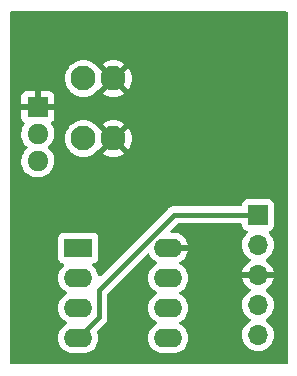
<source format=gtl>
G04 #@! TF.GenerationSoftware,KiCad,Pcbnew,7.0.10*
G04 #@! TF.CreationDate,2024-02-09T12:47:37+11:00*
G04 #@! TF.ProjectId,PIC16F15214 Debugger,50494331-3646-4313-9532-313420446562,1.0-A*
G04 #@! TF.SameCoordinates,Original*
G04 #@! TF.FileFunction,Copper,L1,Top*
G04 #@! TF.FilePolarity,Positive*
%FSLAX46Y46*%
G04 Gerber Fmt 4.6, Leading zero omitted, Abs format (unit mm)*
G04 Created by KiCad (PCBNEW 7.0.10) date 2024-02-09 12:47:37*
%MOMM*%
%LPD*%
G01*
G04 APERTURE LIST*
G04 #@! TA.AperFunction,ComponentPad*
%ADD10R,1.700000X1.700000*%
G04 #@! TD*
G04 #@! TA.AperFunction,ComponentPad*
%ADD11O,1.700000X1.700000*%
G04 #@! TD*
G04 #@! TA.AperFunction,ComponentPad*
%ADD12R,2.400000X1.600000*%
G04 #@! TD*
G04 #@! TA.AperFunction,ComponentPad*
%ADD13O,2.400000X1.600000*%
G04 #@! TD*
G04 #@! TA.AperFunction,ComponentPad*
%ADD14R,1.800000X1.717500*%
G04 #@! TD*
G04 #@! TA.AperFunction,ComponentPad*
%ADD15O,1.800000X1.717500*%
G04 #@! TD*
G04 #@! TA.AperFunction,ComponentPad*
%ADD16C,2.100000*%
G04 #@! TD*
G04 #@! TA.AperFunction,Conductor*
%ADD17C,0.450000*%
G04 #@! TD*
G04 APERTURE END LIST*
D10*
X154701129Y-100076000D03*
D11*
X154701129Y-102616000D03*
X154701129Y-105156000D03*
X154701129Y-107696000D03*
X154701129Y-110236000D03*
D12*
X139461129Y-102870000D03*
D13*
X139461129Y-105410000D03*
X139461129Y-107950000D03*
X139461129Y-110490000D03*
X147081129Y-110490000D03*
X147081129Y-107950000D03*
X147081129Y-105410000D03*
X147081129Y-102870000D03*
D14*
X136039129Y-90928000D03*
D15*
X136039129Y-93218000D03*
X136039129Y-95508000D03*
D16*
X139905629Y-88519000D03*
X139905629Y-93599000D03*
X142445629Y-88519000D03*
X142445629Y-93599000D03*
D17*
X141216129Y-106418741D02*
X141216129Y-108735000D01*
X154701129Y-100076000D02*
X147558870Y-100076000D01*
X141216129Y-108735000D02*
X139461129Y-110490000D01*
X147558870Y-100076000D02*
X141216129Y-106418741D01*
G04 #@! TA.AperFunction,Conductor*
G36*
X157137668Y-82870185D02*
G01*
X157183423Y-82922989D01*
X157194629Y-82974500D01*
X157194629Y-112605500D01*
X157174944Y-112672539D01*
X157122140Y-112718294D01*
X157070629Y-112729500D01*
X133789629Y-112729500D01*
X133722590Y-112709815D01*
X133676835Y-112657011D01*
X133665629Y-112605500D01*
X133665629Y-110490001D01*
X137755661Y-110490001D01*
X137775493Y-110716686D01*
X137775495Y-110716697D01*
X137834387Y-110936488D01*
X137834390Y-110936497D01*
X137930560Y-111142732D01*
X137930561Y-111142734D01*
X138061083Y-111329141D01*
X138221987Y-111490045D01*
X138221990Y-111490047D01*
X138408395Y-111620568D01*
X138614633Y-111716739D01*
X138834437Y-111775635D01*
X139004343Y-111790499D01*
X139004344Y-111790500D01*
X139004345Y-111790500D01*
X139917914Y-111790500D01*
X139917914Y-111790499D01*
X140087821Y-111775635D01*
X140307625Y-111716739D01*
X140513863Y-111620568D01*
X140700268Y-111490047D01*
X140861176Y-111329139D01*
X140991697Y-111142734D01*
X141087868Y-110936496D01*
X141146764Y-110716692D01*
X141166597Y-110490000D01*
X141164970Y-110471408D01*
X141146764Y-110263313D01*
X141146764Y-110263308D01*
X141087868Y-110043504D01*
X141075513Y-110017008D01*
X141065022Y-109947931D01*
X141093543Y-109884147D01*
X141100202Y-109876937D01*
X141685375Y-109291764D01*
X141699001Y-109279988D01*
X141717387Y-109266302D01*
X141748062Y-109229743D01*
X141755370Y-109221770D01*
X141759015Y-109218126D01*
X141777586Y-109194637D01*
X141779811Y-109191906D01*
X141826402Y-109136383D01*
X141826406Y-109136374D01*
X141830377Y-109130340D01*
X141830459Y-109130394D01*
X141834106Y-109124670D01*
X141834022Y-109124618D01*
X141837812Y-109118472D01*
X141837813Y-109118468D01*
X141837818Y-109118463D01*
X141868469Y-109052729D01*
X141869982Y-109049605D01*
X141902517Y-108984825D01*
X141902519Y-108984812D01*
X141904986Y-108978039D01*
X141905079Y-108978072D01*
X141907315Y-108971640D01*
X141907222Y-108971610D01*
X141909492Y-108964759D01*
X141909493Y-108964756D01*
X141924156Y-108893735D01*
X141924911Y-108890331D01*
X141941629Y-108819799D01*
X141941629Y-108819797D01*
X141941630Y-108819793D01*
X141942468Y-108812626D01*
X141942564Y-108812637D01*
X141943256Y-108805867D01*
X141943160Y-108805859D01*
X141943789Y-108798668D01*
X141941681Y-108726219D01*
X141941629Y-108722612D01*
X141941629Y-106770614D01*
X141961314Y-106703575D01*
X141977943Y-106682938D01*
X145294565Y-103366316D01*
X145355884Y-103332834D01*
X145425576Y-103337818D01*
X145481509Y-103379690D01*
X145494624Y-103401595D01*
X145550994Y-103522482D01*
X145681471Y-103708820D01*
X145842308Y-103869657D01*
X146028647Y-104000134D01*
X146028649Y-104000135D01*
X146086994Y-104027342D01*
X146139434Y-104073514D01*
X146158586Y-104140707D01*
X146138371Y-104207589D01*
X146086996Y-104252105D01*
X146051517Y-104268650D01*
X146028393Y-104279433D01*
X145841987Y-104409954D01*
X145681083Y-104570858D01*
X145550561Y-104757265D01*
X145550560Y-104757267D01*
X145454390Y-104963502D01*
X145454387Y-104963511D01*
X145395495Y-105183302D01*
X145395493Y-105183313D01*
X145375661Y-105409998D01*
X145375661Y-105410001D01*
X145395493Y-105636686D01*
X145395495Y-105636697D01*
X145454387Y-105856488D01*
X145454390Y-105856497D01*
X145550560Y-106062732D01*
X145550561Y-106062734D01*
X145681083Y-106249141D01*
X145841987Y-106410045D01*
X145841990Y-106410047D01*
X146028395Y-106540568D01*
X146086404Y-106567618D01*
X146138843Y-106613791D01*
X146157995Y-106680984D01*
X146137779Y-106747865D01*
X146086404Y-106792382D01*
X146028396Y-106819431D01*
X146028394Y-106819432D01*
X145841987Y-106949954D01*
X145681083Y-107110858D01*
X145550561Y-107297265D01*
X145550560Y-107297267D01*
X145454390Y-107503502D01*
X145454387Y-107503511D01*
X145395495Y-107723302D01*
X145395493Y-107723313D01*
X145375661Y-107949998D01*
X145375661Y-107950001D01*
X145395493Y-108176686D01*
X145395495Y-108176697D01*
X145454387Y-108396488D01*
X145454390Y-108396497D01*
X145550560Y-108602732D01*
X145550561Y-108602734D01*
X145681083Y-108789141D01*
X145841987Y-108950045D01*
X145841990Y-108950047D01*
X146028395Y-109080568D01*
X146086404Y-109107618D01*
X146138843Y-109153791D01*
X146157995Y-109220984D01*
X146137779Y-109287865D01*
X146086404Y-109332382D01*
X146028396Y-109359431D01*
X146028394Y-109359432D01*
X145841987Y-109489954D01*
X145681083Y-109650858D01*
X145550561Y-109837265D01*
X145550560Y-109837267D01*
X145454390Y-110043502D01*
X145454387Y-110043511D01*
X145395495Y-110263302D01*
X145395493Y-110263313D01*
X145375661Y-110489998D01*
X145375661Y-110490001D01*
X145395493Y-110716686D01*
X145395495Y-110716697D01*
X145454387Y-110936488D01*
X145454390Y-110936497D01*
X145550560Y-111142732D01*
X145550561Y-111142734D01*
X145681083Y-111329141D01*
X145841987Y-111490045D01*
X145841990Y-111490047D01*
X146028395Y-111620568D01*
X146234633Y-111716739D01*
X146454437Y-111775635D01*
X146624343Y-111790499D01*
X146624344Y-111790500D01*
X146624345Y-111790500D01*
X147537914Y-111790500D01*
X147537914Y-111790499D01*
X147707821Y-111775635D01*
X147927625Y-111716739D01*
X148133863Y-111620568D01*
X148320268Y-111490047D01*
X148481176Y-111329139D01*
X148611697Y-111142734D01*
X148707868Y-110936496D01*
X148766764Y-110716692D01*
X148786597Y-110490000D01*
X148784970Y-110471408D01*
X148766764Y-110263313D01*
X148766764Y-110263308D01*
X148707868Y-110043504D01*
X148611697Y-109837266D01*
X148481176Y-109650861D01*
X148481174Y-109650858D01*
X148320270Y-109489954D01*
X148133863Y-109359432D01*
X148133857Y-109359429D01*
X148075854Y-109332382D01*
X148023414Y-109286210D01*
X148004262Y-109219017D01*
X148024477Y-109152135D01*
X148075854Y-109107618D01*
X148133863Y-109080568D01*
X148320268Y-108950047D01*
X148481176Y-108789139D01*
X148611697Y-108602734D01*
X148707868Y-108396496D01*
X148766764Y-108176692D01*
X148786597Y-107950000D01*
X148784970Y-107931408D01*
X148766764Y-107723313D01*
X148766764Y-107723308D01*
X148707868Y-107503504D01*
X148611697Y-107297266D01*
X148481176Y-107110861D01*
X148481174Y-107110858D01*
X148320270Y-106949954D01*
X148133863Y-106819432D01*
X148133857Y-106819429D01*
X148075854Y-106792382D01*
X148023414Y-106746210D01*
X148004262Y-106679017D01*
X148024477Y-106612135D01*
X148075854Y-106567618D01*
X148133863Y-106540568D01*
X148320268Y-106410047D01*
X148481176Y-106249139D01*
X148611697Y-106062734D01*
X148707868Y-105856496D01*
X148766764Y-105636692D01*
X148786597Y-105410000D01*
X148766764Y-105183308D01*
X148707868Y-104963504D01*
X148611697Y-104757266D01*
X148481176Y-104570861D01*
X148481174Y-104570858D01*
X148320270Y-104409954D01*
X148133863Y-104279432D01*
X148133861Y-104279431D01*
X148110741Y-104268650D01*
X148075261Y-104252105D01*
X148022823Y-104205934D01*
X148003671Y-104138740D01*
X148023887Y-104071859D01*
X148075263Y-104027341D01*
X148133613Y-104000132D01*
X148319949Y-103869657D01*
X148480786Y-103708820D01*
X148611263Y-103522482D01*
X148707394Y-103316326D01*
X148707398Y-103316317D01*
X148760001Y-103120000D01*
X147396815Y-103120000D01*
X147408770Y-103108045D01*
X147466294Y-102995148D01*
X147486115Y-102870000D01*
X147466294Y-102744852D01*
X147408770Y-102631955D01*
X147396815Y-102620000D01*
X148760001Y-102620000D01*
X148760001Y-102619999D01*
X148707398Y-102423682D01*
X148707394Y-102423673D01*
X148611263Y-102217517D01*
X148480786Y-102031179D01*
X148319949Y-101870342D01*
X148133611Y-101739865D01*
X147927455Y-101643734D01*
X147927446Y-101643730D01*
X147707739Y-101584860D01*
X147707728Y-101584858D01*
X147537895Y-101570000D01*
X147390244Y-101570000D01*
X147323205Y-101550315D01*
X147277450Y-101497511D01*
X147267506Y-101428353D01*
X147296531Y-101364797D01*
X147302563Y-101358319D01*
X147823063Y-100837819D01*
X147884386Y-100804334D01*
X147910744Y-100801500D01*
X153226630Y-100801500D01*
X153293669Y-100821185D01*
X153339424Y-100873989D01*
X153350630Y-100925500D01*
X153350630Y-100973876D01*
X153357037Y-101033483D01*
X153407331Y-101168328D01*
X153407335Y-101168335D01*
X153493581Y-101283544D01*
X153493584Y-101283547D01*
X153608793Y-101369793D01*
X153608800Y-101369797D01*
X153740210Y-101418810D01*
X153796144Y-101460681D01*
X153820561Y-101526145D01*
X153805709Y-101594418D01*
X153784559Y-101622673D01*
X153662632Y-101744600D01*
X153527094Y-101938169D01*
X153527093Y-101938171D01*
X153427227Y-102152335D01*
X153427223Y-102152344D01*
X153366067Y-102380586D01*
X153366065Y-102380596D01*
X153345470Y-102615999D01*
X153345470Y-102616000D01*
X153366065Y-102851403D01*
X153366067Y-102851413D01*
X153427223Y-103079655D01*
X153427225Y-103079659D01*
X153427226Y-103079663D01*
X153440461Y-103108045D01*
X153527094Y-103293830D01*
X153527096Y-103293834D01*
X153577851Y-103366319D01*
X153662634Y-103487401D01*
X153829728Y-103654495D01*
X154005371Y-103777482D01*
X154015723Y-103784730D01*
X154059348Y-103839307D01*
X154066542Y-103908805D01*
X154035019Y-103971160D01*
X154015724Y-103987880D01*
X153830051Y-104117890D01*
X153830049Y-104117891D01*
X153663020Y-104284920D01*
X153663015Y-104284926D01*
X153527529Y-104478420D01*
X153527528Y-104478422D01*
X153427699Y-104692507D01*
X153427696Y-104692513D01*
X153370493Y-104905999D01*
X153370493Y-104906000D01*
X154267443Y-104906000D01*
X154241636Y-104946156D01*
X154201129Y-105084111D01*
X154201129Y-105227889D01*
X154241636Y-105365844D01*
X154267443Y-105406000D01*
X153370493Y-105406000D01*
X153427696Y-105619486D01*
X153427699Y-105619492D01*
X153527528Y-105833578D01*
X153663023Y-106027082D01*
X153830046Y-106194105D01*
X154015724Y-106324119D01*
X154059348Y-106378696D01*
X154066541Y-106448195D01*
X154035019Y-106510549D01*
X154015724Y-106527269D01*
X153829723Y-106657508D01*
X153662634Y-106824597D01*
X153527094Y-107018169D01*
X153527093Y-107018171D01*
X153427227Y-107232335D01*
X153427223Y-107232344D01*
X153366067Y-107460586D01*
X153366065Y-107460596D01*
X153345470Y-107695999D01*
X153345470Y-107696000D01*
X153366065Y-107931403D01*
X153366067Y-107931413D01*
X153427223Y-108159655D01*
X153427225Y-108159659D01*
X153427226Y-108159663D01*
X153527094Y-108373830D01*
X153527096Y-108373834D01*
X153662630Y-108567395D01*
X153662635Y-108567402D01*
X153829726Y-108734493D01*
X153829732Y-108734498D01*
X154015287Y-108864425D01*
X154058912Y-108919002D01*
X154066106Y-108988500D01*
X154034583Y-109050855D01*
X154015287Y-109067575D01*
X153829726Y-109197505D01*
X153662634Y-109364597D01*
X153527094Y-109558169D01*
X153527093Y-109558171D01*
X153427227Y-109772335D01*
X153427223Y-109772344D01*
X153366067Y-110000586D01*
X153366065Y-110000596D01*
X153345470Y-110235999D01*
X153345470Y-110236000D01*
X153366065Y-110471403D01*
X153366067Y-110471413D01*
X153427223Y-110699655D01*
X153427225Y-110699659D01*
X153427226Y-110699663D01*
X153527094Y-110913830D01*
X153527096Y-110913834D01*
X153635410Y-111068521D01*
X153662634Y-111107401D01*
X153829728Y-111274495D01*
X153907768Y-111329139D01*
X154023294Y-111410032D01*
X154023296Y-111410033D01*
X154023299Y-111410035D01*
X154237466Y-111509903D01*
X154465721Y-111571063D01*
X154654047Y-111587539D01*
X154701128Y-111591659D01*
X154701129Y-111591659D01*
X154701130Y-111591659D01*
X154740363Y-111588226D01*
X154936537Y-111571063D01*
X155164792Y-111509903D01*
X155378959Y-111410035D01*
X155572530Y-111274495D01*
X155739624Y-111107401D01*
X155875164Y-110913830D01*
X155975032Y-110699663D01*
X156036192Y-110471408D01*
X156056788Y-110236000D01*
X156036192Y-110000592D01*
X155975032Y-109772337D01*
X155875164Y-109558171D01*
X155827399Y-109489954D01*
X155739623Y-109364597D01*
X155572531Y-109197506D01*
X155572525Y-109197501D01*
X155386971Y-109067575D01*
X155343346Y-109012998D01*
X155336152Y-108943500D01*
X155367675Y-108881145D01*
X155386971Y-108864425D01*
X155460947Y-108812626D01*
X155572530Y-108734495D01*
X155739624Y-108567401D01*
X155875164Y-108373830D01*
X155975032Y-108159663D01*
X156036192Y-107931408D01*
X156056788Y-107696000D01*
X156036192Y-107460592D01*
X155975032Y-107232337D01*
X155875164Y-107018171D01*
X155827399Y-106949954D01*
X155739623Y-106824597D01*
X155572531Y-106657506D01*
X155572530Y-106657505D01*
X155386534Y-106527269D01*
X155342910Y-106472692D01*
X155335717Y-106403193D01*
X155367239Y-106340839D01*
X155386534Y-106324119D01*
X155572211Y-106194105D01*
X155739234Y-106027082D01*
X155874729Y-105833578D01*
X155974558Y-105619492D01*
X155974561Y-105619486D01*
X156031765Y-105406000D01*
X155134815Y-105406000D01*
X155160622Y-105365844D01*
X155201129Y-105227889D01*
X155201129Y-105084111D01*
X155160622Y-104946156D01*
X155134815Y-104906000D01*
X156031765Y-104906000D01*
X156031764Y-104905999D01*
X155974561Y-104692513D01*
X155974558Y-104692507D01*
X155874729Y-104478422D01*
X155874728Y-104478420D01*
X155739242Y-104284926D01*
X155739237Y-104284920D01*
X155572207Y-104117890D01*
X155386534Y-103987879D01*
X155342909Y-103933302D01*
X155335717Y-103863804D01*
X155367239Y-103801449D01*
X155386535Y-103784730D01*
X155396885Y-103777483D01*
X155572530Y-103654495D01*
X155739624Y-103487401D01*
X155875164Y-103293830D01*
X155975032Y-103079663D01*
X156036192Y-102851408D01*
X156056788Y-102616000D01*
X156036192Y-102380592D01*
X155975032Y-102152337D01*
X155875164Y-101938171D01*
X155797791Y-101827671D01*
X155739625Y-101744600D01*
X155707477Y-101712452D01*
X155617696Y-101622671D01*
X155584213Y-101561351D01*
X155589197Y-101491659D01*
X155631068Y-101435725D01*
X155662044Y-101418810D01*
X155793460Y-101369796D01*
X155908675Y-101283546D01*
X155994925Y-101168331D01*
X156045220Y-101033483D01*
X156051629Y-100973873D01*
X156051628Y-99178128D01*
X156045220Y-99118517D01*
X155994925Y-98983669D01*
X155994924Y-98983668D01*
X155994922Y-98983664D01*
X155908676Y-98868455D01*
X155908673Y-98868452D01*
X155793464Y-98782206D01*
X155793457Y-98782202D01*
X155658611Y-98731908D01*
X155658612Y-98731908D01*
X155599012Y-98725501D01*
X155599010Y-98725500D01*
X155599002Y-98725500D01*
X155598993Y-98725500D01*
X153803258Y-98725500D01*
X153803252Y-98725501D01*
X153743645Y-98731908D01*
X153608800Y-98782202D01*
X153608793Y-98782206D01*
X153493584Y-98868452D01*
X153493581Y-98868455D01*
X153407335Y-98983664D01*
X153407331Y-98983671D01*
X153357037Y-99118517D01*
X153350630Y-99178116D01*
X153350630Y-99178123D01*
X153350629Y-99178135D01*
X153350629Y-99226500D01*
X153330944Y-99293539D01*
X153278140Y-99339294D01*
X153226629Y-99350500D01*
X147620757Y-99350500D01*
X147602788Y-99349191D01*
X147580111Y-99345869D01*
X147535159Y-99349802D01*
X147532585Y-99350028D01*
X147521779Y-99350500D01*
X147516607Y-99350500D01*
X147486911Y-99353971D01*
X147483326Y-99354337D01*
X147411160Y-99360650D01*
X147404094Y-99362110D01*
X147404075Y-99362017D01*
X147397419Y-99363493D01*
X147397441Y-99363586D01*
X147390416Y-99365250D01*
X147322348Y-99390025D01*
X147318943Y-99391208D01*
X147250174Y-99413996D01*
X147243630Y-99417048D01*
X147243589Y-99416962D01*
X147237454Y-99419932D01*
X147237497Y-99420018D01*
X147231048Y-99423256D01*
X147170535Y-99463055D01*
X147167499Y-99464989D01*
X147105828Y-99503030D01*
X147100159Y-99507513D01*
X147100100Y-99507438D01*
X147094823Y-99511737D01*
X147094884Y-99511809D01*
X147089353Y-99516449D01*
X147039617Y-99569165D01*
X147037106Y-99571750D01*
X141356986Y-105251871D01*
X141295663Y-105285356D01*
X141225971Y-105280372D01*
X141170038Y-105238500D01*
X141148385Y-105188478D01*
X141148165Y-105188537D01*
X141147765Y-105187047D01*
X141147187Y-105185710D01*
X141146763Y-105183305D01*
X141087870Y-104963511D01*
X141087867Y-104963502D01*
X140991697Y-104757267D01*
X140991696Y-104757265D01*
X140931517Y-104671320D01*
X140861176Y-104570861D01*
X140861174Y-104570858D01*
X140700272Y-104409956D01*
X140675665Y-104392726D01*
X140632041Y-104338149D01*
X140624848Y-104268650D01*
X140656370Y-104206296D01*
X140716600Y-104170882D01*
X140733533Y-104167861D01*
X140768612Y-104164091D01*
X140903460Y-104113796D01*
X141018675Y-104027546D01*
X141104925Y-103912331D01*
X141155220Y-103777483D01*
X141161629Y-103717873D01*
X141161628Y-102022128D01*
X141155220Y-101962517D01*
X141104925Y-101827669D01*
X141104924Y-101827668D01*
X141104922Y-101827664D01*
X141018676Y-101712455D01*
X141018673Y-101712452D01*
X140903464Y-101626206D01*
X140903457Y-101626202D01*
X140768611Y-101575908D01*
X140768612Y-101575908D01*
X140709012Y-101569501D01*
X140709010Y-101569500D01*
X140709002Y-101569500D01*
X140708993Y-101569500D01*
X138213258Y-101569500D01*
X138213252Y-101569501D01*
X138153645Y-101575908D01*
X138018800Y-101626202D01*
X138018793Y-101626206D01*
X137903584Y-101712452D01*
X137903581Y-101712455D01*
X137817335Y-101827664D01*
X137817331Y-101827671D01*
X137767037Y-101962517D01*
X137760630Y-102022116D01*
X137760630Y-102022123D01*
X137760629Y-102022135D01*
X137760629Y-103717870D01*
X137760630Y-103717876D01*
X137767037Y-103777483D01*
X137817331Y-103912328D01*
X137817335Y-103912335D01*
X137903581Y-104027544D01*
X137903584Y-104027547D01*
X138018793Y-104113793D01*
X138018800Y-104113797D01*
X138029777Y-104117891D01*
X138153646Y-104164091D01*
X138188725Y-104167862D01*
X138253273Y-104194599D01*
X138293122Y-104251991D01*
X138295617Y-104321816D01*
X138259965Y-104381905D01*
X138246593Y-104392725D01*
X138221987Y-104409954D01*
X138061083Y-104570858D01*
X137930561Y-104757265D01*
X137930560Y-104757267D01*
X137834390Y-104963502D01*
X137834387Y-104963511D01*
X137775495Y-105183302D01*
X137775493Y-105183313D01*
X137755661Y-105409998D01*
X137755661Y-105410001D01*
X137775493Y-105636686D01*
X137775495Y-105636697D01*
X137834387Y-105856488D01*
X137834390Y-105856497D01*
X137930560Y-106062732D01*
X137930561Y-106062734D01*
X138061083Y-106249141D01*
X138221987Y-106410045D01*
X138221990Y-106410047D01*
X138408395Y-106540568D01*
X138466404Y-106567618D01*
X138518843Y-106613791D01*
X138537995Y-106680984D01*
X138517779Y-106747865D01*
X138466404Y-106792382D01*
X138408396Y-106819431D01*
X138408394Y-106819432D01*
X138221987Y-106949954D01*
X138061083Y-107110858D01*
X137930561Y-107297265D01*
X137930560Y-107297267D01*
X137834390Y-107503502D01*
X137834387Y-107503511D01*
X137775495Y-107723302D01*
X137775493Y-107723313D01*
X137755661Y-107949998D01*
X137755661Y-107950001D01*
X137775493Y-108176686D01*
X137775495Y-108176697D01*
X137834387Y-108396488D01*
X137834390Y-108396497D01*
X137930560Y-108602732D01*
X137930561Y-108602734D01*
X138061083Y-108789141D01*
X138221987Y-108950045D01*
X138221990Y-108950047D01*
X138408395Y-109080568D01*
X138466404Y-109107618D01*
X138518843Y-109153791D01*
X138537995Y-109220984D01*
X138517779Y-109287865D01*
X138466404Y-109332382D01*
X138408396Y-109359431D01*
X138408394Y-109359432D01*
X138221987Y-109489954D01*
X138061083Y-109650858D01*
X137930561Y-109837265D01*
X137930560Y-109837267D01*
X137834390Y-110043502D01*
X137834387Y-110043511D01*
X137775495Y-110263302D01*
X137775493Y-110263313D01*
X137755661Y-110489998D01*
X137755661Y-110490001D01*
X133665629Y-110490001D01*
X133665629Y-95450103D01*
X134634944Y-95450103D01*
X134644763Y-95681269D01*
X134644763Y-95681270D01*
X134693511Y-95907460D01*
X134779780Y-96122148D01*
X134779782Y-96122152D01*
X134901095Y-96319177D01*
X134901099Y-96319181D01*
X135053957Y-96492863D01*
X135053964Y-96492870D01*
X135233975Y-96638218D01*
X135233981Y-96638223D01*
X135435975Y-96751064D01*
X135435978Y-96751065D01*
X135654140Y-96828146D01*
X135781394Y-96849966D01*
X135882181Y-96867249D01*
X135882190Y-96867250D01*
X136138114Y-96867250D01*
X136138115Y-96867250D01*
X136138116Y-96867249D01*
X136138133Y-96867249D01*
X136310919Y-96852543D01*
X136310922Y-96852542D01*
X136310924Y-96852542D01*
X136534836Y-96794239D01*
X136534837Y-96794238D01*
X136534839Y-96794238D01*
X136745665Y-96698939D01*
X136745668Y-96698936D01*
X136745675Y-96698934D01*
X136937374Y-96569368D01*
X137104419Y-96409269D01*
X137242004Y-96223241D01*
X137346172Y-96016637D01*
X137413925Y-95795401D01*
X137443314Y-95565897D01*
X137433494Y-95334727D01*
X137384747Y-95108542D01*
X137298476Y-94893848D01*
X137177163Y-94696823D01*
X137052991Y-94555736D01*
X137024300Y-94523136D01*
X137024298Y-94523134D01*
X137024297Y-94523133D01*
X136948694Y-94462088D01*
X136908901Y-94404658D01*
X136906474Y-94334830D01*
X136940790Y-94276093D01*
X137104419Y-94119269D01*
X137242004Y-93933241D01*
X137346172Y-93726637D01*
X137385261Y-93599000D01*
X138350335Y-93599000D01*
X138369482Y-93842297D01*
X138369482Y-93842300D01*
X138369483Y-93842302D01*
X138414349Y-94029181D01*
X138426459Y-94079619D01*
X138519851Y-94305089D01*
X138647366Y-94513173D01*
X138647367Y-94513176D01*
X138655874Y-94523136D01*
X138805870Y-94698759D01*
X138949526Y-94821453D01*
X138991452Y-94857261D01*
X138991455Y-94857262D01*
X139199539Y-94984777D01*
X139425010Y-95078169D01*
X139425007Y-95078169D01*
X139425013Y-95078170D01*
X139425017Y-95078172D01*
X139662327Y-95135146D01*
X139905629Y-95154294D01*
X140148931Y-95135146D01*
X140386241Y-95078172D01*
X140611718Y-94984777D01*
X140819808Y-94857259D01*
X141005388Y-94698759D01*
X141127543Y-94555733D01*
X141150001Y-94541072D01*
X141882855Y-93808219D01*
X141921530Y-93901588D01*
X142017704Y-94026925D01*
X142143041Y-94123099D01*
X142236408Y-94161772D01*
X141537686Y-94860494D01*
X141739767Y-94984331D01*
X141965171Y-95077696D01*
X142202409Y-95134651D01*
X142202408Y-95134651D01*
X142445629Y-95153792D01*
X142688848Y-95134651D01*
X142926086Y-95077696D01*
X143151490Y-94984331D01*
X143353570Y-94860495D01*
X143353570Y-94860494D01*
X142654849Y-94161772D01*
X142748217Y-94123099D01*
X142873554Y-94026925D01*
X142969728Y-93901589D01*
X143008402Y-93808220D01*
X143707123Y-94506941D01*
X143707124Y-94506941D01*
X143830960Y-94304861D01*
X143924325Y-94079457D01*
X143981280Y-93842219D01*
X144000421Y-93599000D01*
X143981280Y-93355780D01*
X143924325Y-93118542D01*
X143830960Y-92893138D01*
X143707123Y-92691057D01*
X143008401Y-93389779D01*
X142969728Y-93296412D01*
X142873554Y-93171075D01*
X142748217Y-93074901D01*
X142654848Y-93036226D01*
X143353570Y-92337504D01*
X143151490Y-92213668D01*
X142926086Y-92120303D01*
X142688848Y-92063348D01*
X142688849Y-92063348D01*
X142445629Y-92044207D01*
X142202409Y-92063348D01*
X141965171Y-92120303D01*
X141739767Y-92213668D01*
X141537686Y-92337504D01*
X142236409Y-93036226D01*
X142143041Y-93074901D01*
X142017704Y-93171075D01*
X141921530Y-93296411D01*
X141882855Y-93389780D01*
X141162048Y-92668973D01*
X141127540Y-92642263D01*
X141094733Y-92603851D01*
X141005388Y-92499241D01*
X140882692Y-92394449D01*
X140819805Y-92340738D01*
X140819802Y-92340737D01*
X140611718Y-92213222D01*
X140386247Y-92119830D01*
X140386250Y-92119830D01*
X140252741Y-92087777D01*
X140148931Y-92062854D01*
X140148929Y-92062853D01*
X140148926Y-92062853D01*
X139905629Y-92043706D01*
X139662331Y-92062853D01*
X139425009Y-92119830D01*
X139199539Y-92213222D01*
X138991455Y-92340737D01*
X138991452Y-92340738D01*
X138805870Y-92499241D01*
X138647367Y-92684823D01*
X138647366Y-92684826D01*
X138519851Y-92892910D01*
X138426459Y-93118380D01*
X138369482Y-93355702D01*
X138350335Y-93599000D01*
X137385261Y-93599000D01*
X137413925Y-93505401D01*
X137443314Y-93275897D01*
X137442020Y-93245446D01*
X137433494Y-93044730D01*
X137433494Y-93044729D01*
X137408897Y-92930600D01*
X137384747Y-92818542D01*
X137298476Y-92603848D01*
X137177163Y-92406823D01*
X137173691Y-92402878D01*
X137144174Y-92339549D01*
X137153582Y-92270316D01*
X137192461Y-92221685D01*
X137296320Y-92143936D01*
X137382479Y-92028843D01*
X137382483Y-92028836D01*
X137432725Y-91894129D01*
X137432727Y-91894122D01*
X137439128Y-91834594D01*
X137439129Y-91834577D01*
X137439129Y-91178000D01*
X136533981Y-91178000D01*
X136582688Y-91040953D01*
X136593006Y-90890114D01*
X136562245Y-90742085D01*
X136529039Y-90678000D01*
X137439129Y-90678000D01*
X137439129Y-90021422D01*
X137439128Y-90021405D01*
X137432727Y-89961877D01*
X137432725Y-89961870D01*
X137382483Y-89827163D01*
X137382479Y-89827156D01*
X137296319Y-89712062D01*
X137296316Y-89712059D01*
X137181222Y-89625899D01*
X137181215Y-89625895D01*
X137046508Y-89575653D01*
X137046501Y-89575651D01*
X136986973Y-89569250D01*
X136289129Y-89569250D01*
X136289129Y-90436316D01*
X136260310Y-90418791D01*
X136114725Y-90378000D01*
X136001507Y-90378000D01*
X135889346Y-90393416D01*
X135789129Y-90436946D01*
X135789129Y-89569250D01*
X135091284Y-89569250D01*
X135031756Y-89575651D01*
X135031749Y-89575653D01*
X134897042Y-89625895D01*
X134897035Y-89625899D01*
X134781941Y-89712059D01*
X134781938Y-89712062D01*
X134695778Y-89827156D01*
X134695774Y-89827163D01*
X134645532Y-89961870D01*
X134645530Y-89961877D01*
X134639129Y-90021405D01*
X134639129Y-90678000D01*
X135544277Y-90678000D01*
X135495570Y-90815047D01*
X135485252Y-90965886D01*
X135516013Y-91113915D01*
X135549219Y-91178000D01*
X134639129Y-91178000D01*
X134639129Y-91834594D01*
X134645530Y-91894122D01*
X134645532Y-91894129D01*
X134695774Y-92028836D01*
X134695778Y-92028843D01*
X134781938Y-92143936D01*
X134889015Y-92224095D01*
X134930886Y-92280029D01*
X134935870Y-92349721D01*
X134914401Y-92397095D01*
X134836255Y-92502757D01*
X134836253Y-92502760D01*
X134732086Y-92709361D01*
X134664332Y-92930600D01*
X134634944Y-93160103D01*
X134644763Y-93391269D01*
X134644763Y-93391270D01*
X134693511Y-93617460D01*
X134749033Y-93755631D01*
X134779782Y-93832152D01*
X134901095Y-94029177D01*
X134977528Y-94116022D01*
X135053957Y-94202863D01*
X135053959Y-94202865D01*
X135129563Y-94263911D01*
X135169355Y-94321342D01*
X135171781Y-94391169D01*
X135137463Y-94449909D01*
X134973842Y-94606726D01*
X134973838Y-94606730D01*
X134836256Y-94792756D01*
X134836253Y-94792760D01*
X134732086Y-94999361D01*
X134664332Y-95220600D01*
X134634944Y-95450103D01*
X133665629Y-95450103D01*
X133665629Y-88519000D01*
X138350335Y-88519000D01*
X138369482Y-88762297D01*
X138369482Y-88762300D01*
X138369483Y-88762302D01*
X138395952Y-88872553D01*
X138426459Y-88999619D01*
X138519851Y-89225089D01*
X138647366Y-89433173D01*
X138647367Y-89433176D01*
X138647370Y-89433179D01*
X138805870Y-89618759D01*
X138915114Y-89712062D01*
X138991452Y-89777261D01*
X138991455Y-89777262D01*
X139199539Y-89904777D01*
X139425010Y-89998169D01*
X139425007Y-89998169D01*
X139425013Y-89998170D01*
X139425017Y-89998172D01*
X139662327Y-90055146D01*
X139905629Y-90074294D01*
X140148931Y-90055146D01*
X140386241Y-89998172D01*
X140611718Y-89904777D01*
X140819808Y-89777259D01*
X141005388Y-89618759D01*
X141127543Y-89475733D01*
X141150001Y-89461072D01*
X141882855Y-88728219D01*
X141921530Y-88821588D01*
X142017704Y-88946925D01*
X142143041Y-89043099D01*
X142236408Y-89081772D01*
X141537686Y-89780494D01*
X141739767Y-89904331D01*
X141965171Y-89997696D01*
X142202409Y-90054651D01*
X142202408Y-90054651D01*
X142445629Y-90073792D01*
X142688848Y-90054651D01*
X142926086Y-89997696D01*
X143151490Y-89904331D01*
X143353570Y-89780495D01*
X143353570Y-89780494D01*
X142654849Y-89081772D01*
X142748217Y-89043099D01*
X142873554Y-88946925D01*
X142969728Y-88821589D01*
X143008402Y-88728220D01*
X143707123Y-89426941D01*
X143707124Y-89426941D01*
X143830960Y-89224861D01*
X143924325Y-88999457D01*
X143981280Y-88762219D01*
X144000421Y-88519000D01*
X143981280Y-88275780D01*
X143924325Y-88038542D01*
X143830960Y-87813138D01*
X143707123Y-87611057D01*
X143008401Y-88309779D01*
X142969728Y-88216412D01*
X142873554Y-88091075D01*
X142748217Y-87994901D01*
X142654848Y-87956226D01*
X143353570Y-87257504D01*
X143151490Y-87133668D01*
X142926086Y-87040303D01*
X142688848Y-86983348D01*
X142688849Y-86983348D01*
X142445629Y-86964207D01*
X142202409Y-86983348D01*
X141965171Y-87040303D01*
X141739767Y-87133668D01*
X141537686Y-87257504D01*
X142236409Y-87956226D01*
X142143041Y-87994901D01*
X142017704Y-88091075D01*
X141921530Y-88216411D01*
X141882855Y-88309780D01*
X141162048Y-87588973D01*
X141127540Y-87562263D01*
X141005388Y-87419241D01*
X140882692Y-87314449D01*
X140819805Y-87260738D01*
X140819802Y-87260737D01*
X140611718Y-87133222D01*
X140386247Y-87039830D01*
X140386250Y-87039830D01*
X140280621Y-87014470D01*
X140148931Y-86982854D01*
X140148929Y-86982853D01*
X140148926Y-86982853D01*
X139905629Y-86963706D01*
X139662331Y-86982853D01*
X139425009Y-87039830D01*
X139199539Y-87133222D01*
X138991455Y-87260737D01*
X138991452Y-87260738D01*
X138805870Y-87419241D01*
X138647367Y-87604823D01*
X138647366Y-87604826D01*
X138519851Y-87812910D01*
X138426459Y-88038380D01*
X138369482Y-88275702D01*
X138350335Y-88519000D01*
X133665629Y-88519000D01*
X133665629Y-82974500D01*
X133685314Y-82907461D01*
X133738118Y-82861706D01*
X133789629Y-82850500D01*
X157070629Y-82850500D01*
X157137668Y-82870185D01*
G37*
G04 #@! TD.AperFunction*
M02*

</source>
